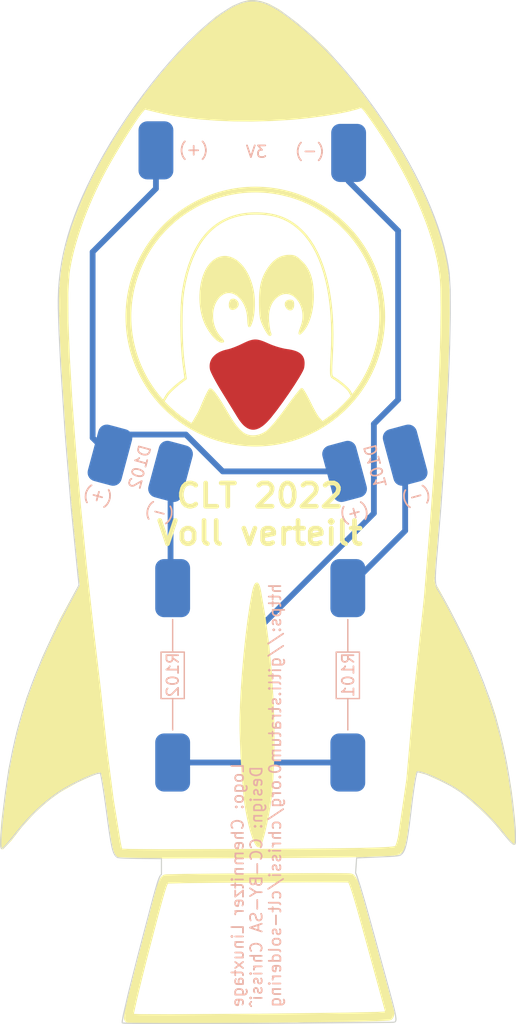
<source format=kicad_pcb>
(kicad_pcb (version 20211014) (generator pcbnew)
  (layers (0 "F.Cu" signal) (31 "B.Cu" signal) (34 "B.Paste" user) (35 "F.Paste" user) (36 "B.SilkS" user "B.Silkscreen") (37 "F.SilkS" user "F.Silkscreen") (38 "B.Mask" user) (39 "F.Mask" user) (44 "Edge.Cuts" user))
  (net 0 "")
  (net 1 "Net-(D101-Pad1)")
  (net 2 "/V+")
  (net 3 "Net-(D102-Pad1)")
  (net 4 "/GND")
  (footprint "project:res" (layer "B.Cu") (at 87.06 88.12 180)
    (fp_text reference "R101" (at -0.03 0.04 90 unlocked) (layer "B.SilkS") (effects (justify mirror)))
    (fp_text value "R" hide)
    (fp_line (start -1 -2) (end -1 2) (layer "B.SilkS") (width 0.12))
    (fp_line (start 0 2) (end 1 2) (layer "B.SilkS") (width 0.12))
    (fp_line (start -1 2) (end 0 2) (layer "B.SilkS") (width 0.12))
    (fp_line (start 0 4.8) (end 0 2) (layer "B.SilkS") (width 0.12))
    (fp_line (start 1 2) (end 1 -2) (layer "B.SilkS") (width 0.12))
    (fp_line (start 1 -2) (end -1 -2) (layer "B.SilkS") (width 0.12))
    (fp_line (start 0 -2) (end 0 -4.7) (layer "B.SilkS") (width 0.12))
    (pad "1" smd roundrect (at 0 7.5 90) (size 5 3) (layers "B.Cu" "B.Paste" "B.Mask") (net 1 "Net-(D101-Pad1)"))
    (pad "2" smd roundrect (at 0 -7.5 90) (size 5 3) (layers "B.Cu" "B.Paste" "B.Mask") (net 4 "/GND"))
  )
  (footprint "project:led" (layer "B.Cu") (at 91.967041 70.224761 -165)
    (fp_text reference "D101" (at 2.415605 0.73874 105 unlocked) (layer "B.SilkS") (effects (justify mirror)))
    (fp_text value "LED" hide)
    (fp_text user "(-)" (at -0.3 -2.6 15 unlocked) (layer "B.SilkS") (effects (justify mirror)))
    (fp_text user "(+)" (at 5.2 -2.6 15 unlocked) (layer "B.SilkS") (effects (justify mirror)))
    (pad "1" smd roundrect (at -0.3 1 105) (size 5 3) (layers "B.Cu" "B.Paste" "B.Mask") (net 1 "Net-(D101-Pad1)"))
    (pad "2" smd roundrect (at 5.1 1 105) (size 5 3) (layers "B.Cu" "B.Paste" "B.Mask") (net 2 "/V+"))
  )
  (footprint "project:pad" (layer "B.Cu") (at 70.74 42.96 180)
    (fp_text reference "J101" hide)
    (fp_text value "Conn_01x01_Male" hide)
    (pad "1" smd roundrect (at 0.2 0 90) (size 5 3) (layers "B.Cu" "B.Paste" "B.Mask") (net 2 "/V+"))
  )
  (footprint "project:led" (layer "B.Cu") (at 71.249403 71.467092 165)
    (fp_text reference "D102" (at 2.343899 0.675969 75 unlocked) (layer "B.SilkS") (effects (justify mirror)))
    (fp_text value "LED" hide)
    (fp_text user "(+)" (at 5.2 -2.6 345 unlocked) (layer "B.SilkS") (effects (justify mirror)))
    (fp_text user "(-)" (at -0.3 -2.6 345 unlocked) (layer "B.SilkS") (effects (justify mirror)))
    (pad "1" smd roundrect (at -0.3 1 75) (size 5 3) (layers "B.Cu" "B.Paste" "B.Mask") (net 3 "Net-(D102-Pad1)"))
    (pad "2" smd roundrect (at 5.1 1 75) (size 5 3) (layers "B.Cu" "B.Paste" "B.Mask") (net 2 "/V+"))
  )
  (footprint "project:pad" (layer "B.Cu") (at 87.33 43.18 180)
    (fp_text reference "J102" hide)
    (fp_text value "Conn_01x01_Male" hide)
    (pad "1" smd roundrect (at 0.2 0 90) (size 5 3) (layers "B.Cu" "B.Paste" "B.Mask") (net 4 "/GND"))
  )
  (footprint "project:res" (layer "B.Cu") (at 71.98 88.12 180)
    (fp_text reference "R102" (at -0.01 0.04 90 unlocked) (layer "B.SilkS") (effects (justify mirror)))
    (fp_text value "R" hide)
    (fp_line (start -1 -2) (end -1 2) (layer "B.SilkS") (width 0.12))
    (fp_line (start 0 2) (end 1 2) (layer "B.SilkS") (width 0.12))
    (fp_line (start 0 -2) (end 0 -4.7) (layer "B.SilkS") (width 0.12))
    (fp_line (start 1 -2) (end -1 -2) (layer "B.SilkS") (width 0.12))
    (fp_line (start -1 2) (end 0 2) (layer "B.SilkS") (width 0.12))
    (fp_line (start 0 4.8) (end 0 2) (layer "B.SilkS") (width 0.12))
    (fp_line (start 1 2) (end 1 -2) (layer "B.SilkS") (width 0.12))
    (pad "1" smd roundrect (at 0 7.5 90) (size 5 3) (layers "B.Cu" "B.Paste" "B.Mask") (net 3 "Net-(D102-Pad1)"))
    (pad "2" smd roundrect (at 0 -7.5 90) (size 5 3) (layers "B.Cu" "B.Paste" "B.Mask") (net 4 "/GND"))
  )
  (gr_poly (pts (xy 80.058218 66.301112) (xy 80.229241 66.117581) (xy 80.428766 65.883591) (xy 80.89207 65.295268) (xy 81.40563 64.598216) (xy 81.926945 63.854505) (xy 82.413515 63.126205) (xy 82.822839 62.475387) (xy 82.985254 62.198432) (xy 83.112419 61.964123) (xy 83.199022 61.780221) (xy 83.239752 61.654483) (xy 83.253599 61.565162) (xy 83.264125 61.479019) (xy 83.271281 61.396001) (xy 83.275018 61.316056) (xy 83.275284 61.23913) (xy 83.272032 61.165171) (xy 83.265212 61.094127) (xy 83.254773 61.025943) (xy 83.240667 60.960569) (xy 83.222843 60.89795) (xy 83.201253 60.838034) (xy 83.175847 60.780769) (xy 83.146575 60.726101) (xy 83.113387 60.673978) (xy 83.076235 60.624346) (xy 83.035069 60.577154) (xy 82.989838 60.532349) (xy 82.940494 60.489877) (xy 82.886987 60.449686) (xy 82.829267 60.411723) (xy 82.767285 60.375935) (xy 82.700992 60.34227) (xy 82.630337 60.310675) (xy 82.555271 60.281096) (xy 82.475746 60.253482) (xy 82.39171 60.22778) (xy 82.303115 60.203936) (xy 82.209911 60.181898) (xy 82.009478 60.14303) (xy 81.790014 60.110751) (xy 81.710469 60.099231) (xy 81.624717 60.084188) (xy 81.437812 60.044504) (xy 81.235726 59.993634) (xy 81.024891 59.933513) (xy 80.811734 59.866074) (xy 80.602686 59.793253) (xy 80.404175 59.716984) (xy 80.222631 59.639201) (xy 80.039226 59.557085) (xy 79.872058 59.485988) (xy 79.71888 59.425932) (xy 79.577445 59.376935) (xy 79.445507 59.339017) (xy 79.320819 59.312197) (xy 79.260492 59.302955) (xy 79.201135 59.296495) (xy 79.142467 59.292819) (xy 79.084208 59.29193) (xy 79.026076 59.293831) (xy 78.967791 59.298523) (xy 78.909071 59.306009) (xy 78.849637 59.316291) (xy 78.727501 59.345256) (xy 78.599135 59.385436) (xy 78.462294 59.436852) (xy 78.314729 59.499521) (xy 78.154195 59.573465) (xy 77.978445 59.658702) (xy 77.811474 59.738276) (xy 77.636997 59.816224) (xy 77.460169 59.890572) (xy 77.286148 59.959351) (xy 77.12009 60.020588) (xy 76.967151 60.072313) (xy 76.832489 60.112553) (xy 76.721258 60.139339) (xy 76.526424 60.18411) (xy 76.343826 60.238488) (xy 76.173789 60.302105) (xy 76.093581 60.337263) (xy 76.016635 60.374594) (xy 75.942991 60.41405) (xy 75.87269 60.455587) (xy 75.805772 60.499158) (xy 75.742277 60.544717) (xy 75.682247 60.592219) (xy 75.625721 60.641617) (xy 75.572741 60.692866) (xy 75.523346 60.745919) (xy 75.477577 60.800731) (xy 75.435475 60.857256) (xy 75.397081 60.915448) (xy 75.362434 60.97526) (xy 75.331575 61.036647) (xy 75.304546 61.099564) (xy 75.281385 61.163964) (xy 75.262134 61.2298) (xy 75.246834 61.297028) (xy 75.235524 61.365602) (xy 75.228246 61.435475) (xy 75.22504 61.506601) (xy 75.225946 61.578935) (xy 75.231005 61.65243) (xy 75.240258 61.727041) (xy 75.253744 61.802722) (xy 75.267209 61.852751) (xy 75.289671 61.91646) (xy 75.320613 61.992876) (xy 75.35952 62.081026) (xy 75.459169 62.288637) (xy 75.58449 62.531511) (xy 75.731359 62.801867) (xy 75.89565 63.091922) (xy 76.073239 63.393893) (xy 76.26 63.7) (xy 77.030359 64.944677) (xy 77.589117 65.856624) (xy 77.661164 65.972592) (xy 77.733098 66.081894) (xy 77.804964 66.18454) (xy 77.876806 66.280536) (xy 77.948669 66.36989) (xy 78.020595 66.452611) (xy 78.092631 66.528707) (xy 78.164819 66.598185) (xy 78.237204 66.661053) (xy 78.309831 66.71732) (xy 78.382744 66.766994) (xy 78.455986 66.810081) (xy 78.529603 66.846591) (xy 78.603638 66.876531) (xy 78.678135 66.899909) (xy 78.753139 66.916734) (xy 78.828695 66.927012) (xy 78.904845 66.930753) (xy 78.981636 66.927964) (xy 79.05911 66.918652) (xy 79.137312 66.902827) (xy 79.216286 66.880495) (xy 79.296076 66.851666) (xy 79.376728 66.816346) (xy 79.458284 66.774544) (xy 79.54079 66.726268) (xy 79.624289 66.671525) (xy 79.708825 66.610324) (xy 79.794444 66.542673) (xy 79.881189 66.46858) (xy 79.969104 66.388052) (xy 80.058233 66.301097) (xy 80.058218 66.301112)) (layer "F.Cu") (width 0.126504) (fill solid))
  (gr_poly (pts (xy 83.56 64.29) (xy 84.09 65.29) (xy 84.43 65.96) (xy 84.93 66.47) (xy 82.84 67.51) (xy 80.44 68.13) (xy 77.73 68.21) (xy 74.55 67.25) (xy 73.59 66.74) (xy 73.76 66.32) (xy 74.31 65.37) (xy 74.8 64.28) (xy 75.236147 63.57) (xy 75.78 64.26) (xy 76.46 65.35) (xy 77.33 66.82) (xy 78.44 67.66) (xy 79.65 67.54) (xy 80.46 67.01) (xy 81.82 65.29) (xy 82.93 63.81) (xy 83.1 63.55)) (layer "F.SilkS") (width 0.15) (fill solid))
  (gr_poly (pts (xy 78.217016 67.421863) (xy 78.126503 67.373476) (xy 78.035586 67.31625) (xy 77.943968 67.249817) (xy 77.851349 67.173813) (xy 77.757432 67.08787) (xy 77.661918 66.991623) (xy 77.564507 66.884706) (xy 77.464903 66.766753) (xy 77.362806 66.637398) (xy 77.257918 66.496274) (xy 77.14994 66.343016) (xy 77.038574 66.177258) (xy 76.923521 65.998633) (xy 76.804483 65.806776) (xy 76.681162 65.60132) (xy 76.553259 65.3819) (xy 76.306957 64.962635) (xy 76.07743 64.589773) (xy 75.867391 64.267029) (xy 75.679554 63.998118) (xy 75.594809 63.885012) (xy 75.516633 63.786757) (xy 75.445364 63.703819) (xy 75.381342 63.636662) (xy 75.324905 63.585749) (xy 75.276394 63.551547) (xy 75.236147 63.534518) (xy 75.219229 63.53259) (xy 75.204504 63.535129) (xy 75.197335 63.539065) (xy 75.188887 63.546235) (xy 75.168322 63.569934) (xy 75.143148 63.605554) (xy 75.113698 63.652422) (xy 75.08031 63.709865) (xy 75.04332 63.77721) (xy 75.003064 63.853785) (xy 74.959877 63.938916) (xy 74.866058 64.132157) (xy 74.764551 64.35155) (xy 74.658046 64.591713) (xy 74.549231 64.847262) (xy 74.440183 65.102891) (xy 74.333021 65.343281) (xy 74.230478 65.563034) (xy 74.13529 65.756753) (xy 74.05019 65.91904) (xy 73.977911 66.044498) (xy 73.947435 66.091728) (xy 73.8 66.31) (xy 73.57 66.6) (xy 73.67 66.76) (xy 73.62 66.7) (xy 73.62 66.79) (xy 73.64 66.71) (xy 73.55 66.63) (xy 73.38 66.55) (xy 73.23 66.44) (xy 72.83 66.19) (xy 72.57 65.97) (xy 72.3 65.73) (xy 72.03 65.52) (xy 71.82 65.34) (xy 71.5 65.1) (xy 71.32 64.88) (xy 71.17 64.67) (xy 70.95 64.48) (xy 70.95 64.55) (xy 71.02 64.58) (xy 70.96 64.53) (xy 71.13 64.7) (xy 71.1 64.58) (xy 71.08 64.6) (xy 71.1 64.67) (xy 71.457091 64.07852) (xy 71.469496 64.054476) (xy 71.504257 63.999382) (xy 71.551488 63.935733) (xy 71.610231 63.864474) (xy 71.679528 63.786552) (xy 71.75842 63.702912) (xy 71.845951 63.614498) (xy 71.941162 63.522258) (xy 72.043095 63.427135) (xy 72.150793 63.330077) (xy 72.263298 63.232028) (xy 72.379651 63.133933) (xy 72.498895 63.036739) (xy 72.620072 62.941391) (xy 72.742224 62.848834) (xy 73.094961 62.586856) (xy 72.930655 61.369113) (xy 72.852094 60.654307) (xy 72.793333 59.844797) (xy 72.754705 58.9784) (xy 72.736544 58.092935) (xy 72.739184 57.226219) (xy 72.762959 56.41607) (xy 72.808203 55.700306) (xy 72.87525 55.116744) (xy 73.018804 54.320388) (xy 73.195452 53.572882) (xy 73.404946 52.874499) (xy 73.647038 52.225514) (xy 73.921477 51.626198) (xy 74.228016 51.076825) (xy 74.393244 50.820953) (xy 74.566405 50.577669) (xy 74.747466 50.347007) (xy 74.936396 50.129002) (xy 75.133164 49.923687) (xy 75.337739 49.731097) (xy 75.550091 49.551266) (xy 75.770187 49.384227) (xy 75.997997 49.230016) (xy 76.23349 49.088666) (xy 76.476635 48.960212) (xy 76.7274 48.844687) (xy 76.985754 48.742126) (xy 77.251667 48.652562) (xy 77.525107 48.576031) (xy 77.806043 48.512566) (xy 78.094444 48.462201) (xy 78.390279 48.42497) (xy 78.693516 48.400908) (xy 79.004126 48.390048) (xy 79.334786 48.391337) (xy 79.652878 48.404388) (xy 79.959045 48.429445) (xy 80.253931 48.466754) (xy 80.538182 48.516559) (xy 80.812441 48.579107) (xy 81.077353 48.654642) (xy 81.333563 48.743409) (xy 81.581715 48.845654) (xy 81.822453 48.961622) (xy 82.056421 49.091557) (xy 82.284266 49.235706) (xy 82.506629 49.394313) (xy 82.724157 49.567623) (xy 82.937494 49.755882) (xy 83.147284 49.959334) (xy 83.321865 50.144805) (xy 83.490669 50.341257) (xy 83.810791 50.766463) (xy 84.107343 51.233676) (xy 84.380019 51.741615) (xy 84.628515 52.289002) (xy 84.852524 52.874558) (xy 85.05174 53.497004) (xy 85.225859 54.155062) (xy 85.374573 54.847453) (xy 85.497579 55.572897) (xy 85.594569 56.330116) (xy 85.665238 57.117831) (xy 85.709281 57.934764) (xy 85.726392 58.779634) (xy 85.716265 59.651165) (xy 85.678595 60.548076) (xy 85.648214 61.106154) (xy 85.628557 61.541575) (xy 85.620541 61.87093) (xy 85.625084 62.110808) (xy 85.632352 62.202379) (xy 85.643103 62.277801) (xy 85.657453 62.33915) (xy 85.675515 62.388498) (xy 85.697406 62.42792) (xy 85.723239 62.459489) (xy 85.753129 62.48528) (xy 85.787191 62.507365) (xy 85.909661 62.580936) (xy 86.034738 62.661262) (xy 86.160978 62.747079) (xy 86.286937 62.837124) (xy 86.41117 62.930134) (xy 86.532232 63.024844) (xy 86.648679 63.11999) (xy 86.759066 63.21431) (xy 86.861947 63.306539) (xy 86.95588 63.395414) (xy 87.039418 63.47967) (xy 87.111117 63.558046) (xy 87.169533 63.629275) (xy 87.21322 63.692096) (xy 87.240734 63.745244) (xy 87.5 64.23) (xy 87.61 64) (xy 87.651109 63.973874) (xy 87.633538 64.022686) (xy 87.55 64.16) (xy 87.36 64.39) (xy 87.22 64.54) (xy 87.12 64.69) (xy 86.86 64.89) (xy 86.68 65.07) (xy 86.47 65.32) (xy 86.21 65.52) (xy 85.93 65.76) (xy 85.71 65.93) (xy 85.46317 66.15) (xy 85.19 66.32) (xy 84.99 66.58) (xy 84.87 66.57) (xy 84.9 66.57) (xy 84.87 66.46) (xy 84.56 66.71) (xy 84.56 66.62) (xy 84.78 66.52) (xy 84.93 66.49) (xy 84.649815 66.125704) (xy 84.636764 66.117839) (xy 84.622387 66.106882) (xy 84.606726 66.092898) (xy 84.589823 66.075956) (xy 84.55246 66.033464) (xy 84.510632 65.979943) (xy 84.464675 65.915932) (xy 84.414924 65.841968) (xy 84.361713 65.758588) (xy 84.305379 65.66633) (xy 84.246257 65.565732) (xy 84.184681 65.457331) (xy 84.120988 65.341665) (xy 84.055511 65.219272) (xy 83.988587 65.090689) (xy 83.92055 64.956453) (xy 83.851736 64.817103) (xy 83.720368 64.552436) (xy 83.593308 64.305599) (xy 83.47366 64.08199) (xy 83.364527 63.887005) (xy 83.26901 63.726042) (xy 83.190213 63.604499) (xy 83.158054 63.560197) (xy 83.131239 63.527773) (xy 83.110155 63.507903) (xy 83.09519 63.501262) (xy 83.08777 63.503535) (xy 83.077343 63.510094) (xy 83.047802 63.535645) (xy 83.00724 63.57706) (xy 82.95633 63.633483) (xy 82.895745 63.704058) (xy 82.826156 63.787929) (xy 82.662661 63.99214) (xy 82.471226 64.23927) (xy 82.257234 64.522474) (xy 82.026065 64.834908) (xy 81.783102 65.169726) (xy 81.524219 65.523252) (xy 81.268387 65.859995) (xy 81.020992 66.173558) (xy 80.78742 66.457544) (xy 80.573057 66.705557) (xy 80.383289 66.9112) (xy 80.223502 67.068076) (xy 80.156534 67.126227) (xy 80.099081 67.169787) (xy 79.980328 67.2468) (xy 79.860375 67.315825) (xy 79.739512 67.376824) (xy 79.618028 67.429759) (xy 79.496212 67.474591) (xy 79.374352 67.51128) (xy 79.252739 67.539789) (xy 79.13166 67.560079) (xy 79.011406 67.57211) (xy 78.892265 67.575845) (xy 78.774527 67.571243) (xy 78.658479 67.558268) (xy 78.544413 67.536879) (xy 78.432615 67.507039) (xy 78.323377 67.468708) (xy 78.216986 67.421847) (xy 78.217016 67.421863)) (layer "F.SilkS") (width 0.2) (fill none))
  (gr_poly (pts (xy 88.244411 38.917252) (xy 88.266623 38.920614) (xy 88.288894 38.925518) (xy 88.31129 38.932019) (xy 88.333872 38.940169) (xy 88.356705 38.95002) (xy 88.379853 38.961627) (xy 88.403379 38.975041) (xy 88.427347 38.990317) (xy 88.451821 39.007506) (xy 88.476864 39.026663) (xy 88.502539 39.04784) (xy 88.528912 39.07109) (xy 88.556044 39.096466) (xy 88.584001 39.124021) (xy 88.64264 39.185881) (xy 88.705338 39.257094) (xy 88.772606 39.338084) (xy 88.844951 39.429275) (xy 88.922884 39.531092) (xy 89.006914 39.643959) (xy 89.09755 39.7683) (xy 89.195302 39.904539) (xy 89.300678 40.0531) (xy 89.911423 40.939825) (xy 90.495683 41.83215) (xy 91.052482 42.727875) (xy 91.580846 43.624803) (xy 92.0798 44.520737) (xy 92.548368 45.413477) (xy 92.985576 46.300827) (xy 93.390449 47.180588) (xy 93.762012 48.050562) (xy 94.099289 48.908552) (xy 94.401307 49.752358) (xy 94.667089 50.579785) (xy 94.895662 51.388632) (xy 95.086049 52.176703) (xy 95.237277 52.9418) (xy 95.348369 53.681724) (xy 95.395686 54.200566) (xy 95.428223 54.872059) (xy 95.450448 56.633933) (xy 95.418027 58.88922) (xy 95.333944 61.559792) (xy 95.201183 64.56752) (xy 95.022728 67.834278) (xy 94.801561 71.281937) (xy 94.540668 74.83237) (xy 94.01 81.42) (xy 93.113656 89.959077) (xy 92.5 97.09) (xy 91.781658 102.016757) (xy 91.748676 102.189517) (xy 91.709076 102.360958) (xy 91.664355 102.526594) (xy 91.616009 102.681942) (xy 91.565535 102.822516) (xy 91.539968 102.885861) (xy 91.514429 102.94383) (xy 91.489107 102.995864) (xy 91.464188 103.041401) (xy 91.43986 103.079881) (xy 91.416309 103.110743) (xy 91.393705 103.13134) (xy 91.36133 103.150926) (xy 91.317871 103.169538) (xy 91.262013 103.187213) (xy 91.192445 103.203988) (xy 91.107854 103.2199) (xy 90.888348 103.24928) (xy 90.592991 103.27565) (xy 90.211281 103.299303) (xy 89.732713 103.320535) (xy 89.146782 103.33964) (xy 88.442986 103.356913) (xy 87.610821 103.372649) (xy 85.519364 103.400689) (xy 82.788382 103.426119) (xy 79.333843 103.451297) (xy 70.921134 103.474981) (xy 68.332579 103.456903) (xy 67.346981 103.420291) (xy 67.340146 103.412947) (xy 67.332908 103.402375) (xy 67.317301 103.371907) (xy 67.300324 103.3296) (xy 67.282138 103.276167) (xy 67.262909 103.212324) (xy 67.242798 103.138783) (xy 67.22197 103.05626) (xy 67.200587 102.965466) (xy 67.156812 102.761928) (xy 67.11278 102.533879) (xy 67.069797 102.287031) (xy 67.029171 102.027095) (xy 67.029171 102.026561) (xy 66.507472 98.836818) (xy 65.943609 94.436421) (xy 65.394951 89.283971) (xy 64.757991 83.858683) (xy 64.18719 78.645066) (xy 63.692315 73.633705) (xy 63.280265 68.926513) (xy 62.95794 64.6254) (xy 62.732237 60.832278) (xy 62.610056 57.649058) (xy 62.598295 55.177651) (xy 62.703853 53.519969) (xy 62.779679 53.028934) (xy 62.874908 52.520455) (xy 62.988943 51.996214) (xy 63.121182 51.457893) (xy 63.271027 50.907176) (xy 63.437879 50.345744) (xy 63.621137 49.77528) (xy 63.820202 49.197466) (xy 64.034476 48.613984) (xy 64.263358 48.026518) (xy 64.506248 47.436749) (xy 64.762548 46.84636) (xy 65.031659 46.257034) (xy 65.312979 45.670451) (xy 65.605911 45.088296) (xy 65.909854 44.512251) (xy 66.30424 43.800339) (xy 66.737805 43.048849) (xy 67.19102 42.289031) (xy 67.644356 41.552137) (xy 68.078284 40.869417) (xy 68.473273 40.272122) (xy 68.809794 39.791504) (xy 69.068317 39.458813) (xy 69.458995 39.00406) (xy 70.660991 39.303267) (xy 71.220581 39.433271) (xy 71.808756 39.551802) (xy 72.423652 39.658754) (xy 73.063405 39.754021) (xy 73.726152 39.837497) (xy 74.410028 39.909075) (xy 75.833714 40.016116) (xy 77.319552 40.074293) (xy 78.85263 40.082758) (xy 80.418039 40.040662) (xy 82.000866 39.947155) (xy 82.916609 39.867537) (xy 83.829932 39.768146) (xy 84.718251 39.652682) (xy 85.55898 39.524845) (xy 86.329534 39.388334) (xy 87.007328 39.246849) (xy 87.569777 39.104088) (xy 87.80069 39.033386) (xy 87.994297 38.963752) (xy 88.02821 38.950912) (xy 88.044763 38.945135) (xy 88.061072 38.939809) (xy 88.077156 38.934951) (xy 88.093032 38.930579) (xy 88.108719 38.926708) (xy 88.124235 38.923356) (xy 88.139598 38.92054) (xy 88.154827 38.918276) (xy 88.169941 38.916582) (xy 88.184957 38.915474) (xy 88.199893 38.91497) (xy 88.214769 38.915085) (xy 88.229602 38.915837) (xy 88.244411 38.917244) (xy 88.244411 38.917252)) (layer "F.SilkS") (width 0.8) (fill none))
  (gr_poly (pts (xy 77.558294 56.352729) (xy 77.572482 56.326511) (xy 77.58372 56.299688) (xy 77.592115 56.272377) (xy 77.597769 56.244697) (xy 77.600789 56.216766) (xy 77.601278 56.188702) (xy 77.599342 56.160623) (xy 77.595084 56.132647) (xy 77.588611 56.104893) (xy 77.580026 56.077478) (xy 77.569433 56.05052) (xy 77.556939 56.024139) (xy 77.542647 55.998451) (xy 77.526662 55.973575) (xy 77.509089 55.949629) (xy 77.490032 55.926731) (xy 77.469597 55.904999) (xy 77.447887 55.884552) (xy 77.425008 55.865507) (xy 77.401063 55.847983) (xy 77.376159 55.832097) (xy 77.350399 55.817968) (xy 77.323889 55.805714) (xy 77.296732 55.795453) (xy 77.269033 55.787304) (xy 77.240898 55.781383) (xy 77.212431 55.77781) (xy 77.183737 55.776702) (xy 77.154919 55.778178) (xy 77.126084 55.782356) (xy 77.097335 55.789353) (xy 77.068777 55.799289) (xy 77.050481 55.808091) (xy 77.03298 55.819337) (xy 77.016292 55.832878) (xy 77.000436 55.848569) (xy 76.985431 55.866263) (xy 76.971296 55.885812) (xy 76.958049 55.907071) (xy 76.94571 55.929891) (xy 76.934297 55.954127) (xy 76.923829 55.979632) (xy 76.914325 56.006259) (xy 76.905803 56.033861) (xy 76.891782 56.091402) (xy 76.881918 56.151083) (xy 76.87636 56.211728) (xy 76.875259 56.272164) (xy 76.878766 56.331215) (xy 76.882294 56.359855) (xy 76.887031 56.387709) (xy 76.892994 56.414629) (xy 76.900204 56.440469) (xy 76.908678 56.465083) (xy 76.918436 56.488323) (xy 76.929496 56.510043) (xy 76.941877 56.530095) (xy 76.955598 56.548334) (xy 76.970678 56.564612) (xy 76.984472 56.5768) (xy 76.999127 56.58757) (xy 77.014584 56.596942) (xy 77.030789 56.604938) (xy 77.047684 56.611577) (xy 77.065214 56.616879) (xy 77.083321 56.620866) (xy 77.10195 56.623557) (xy 77.121043 56.624973) (xy 77.140545 56.625135) (xy 77.160398 56.624062) (xy 77.180547 56.621775) (xy 77.200935 56.618294) (xy 77.221505 56.61364) (xy 77.242201 56.607834) (xy 77.262966 56.600895) (xy 77.283745 56.592843) (xy 77.30448 56.5837) (xy 77.325115 56.573486) (xy 77.345593 56.56222) (xy 77.365859 56.549924) (xy 77.385856 56.536618) (xy 77.405527 56.522322) (xy 77.424815 56.507056) (xy 77.443665 56.490841) (xy 77.462019 56.473698) (xy 77.479822 56.455646) (xy 77.497017 56.436706) (xy 77.513547 56.416898) (xy 77.529355 56.396243) (xy 77.544387 56.374762) (xy 77.558584 56.352473) (xy 77.558294 56.352729)) (layer "F.SilkS") (width 0.126504) (fill solid))
  (gr_poly (pts (xy 76.056799 59.004283) (xy 75.976836 58.911184) (xy 75.902051 58.813931) (xy 75.832444 58.712832) (xy 75.768013 58.608194) (xy 75.708759 58.500326) (xy 75.65468 58.389534) (xy 75.605777 58.276127) (xy 75.562049 58.160413) (xy 75.523496 58.042699) (xy 75.490116 57.923294) (xy 75.438878 57.680637) (xy 75.408329 57.434906) (xy 75.398466 57.188563) (xy 75.409286 56.944069) (xy 75.440784 56.703887) (xy 75.464286 56.586182) (xy 75.492957 56.470479) (xy 75.526795 56.357084) (xy 75.5658 56.246306) (xy 75.609972 56.138453) (xy 75.65931 56.033832) (xy 75.713814 55.932751) (xy 75.773483 55.835518) (xy 75.838317 55.74244) (xy 75.908316 55.653826) (xy 75.983477 55.569982) (xy 76.063803 55.491218) (xy 76.156764 55.412696) (xy 76.251653 55.345781) (xy 76.348163 55.290219) (xy 76.445983 55.245753) (xy 76.544804 55.212129) (xy 76.644316 55.18909) (xy 76.74421 55.176383) (xy 76.844178 55.17375) (xy 76.943909 55.180938) (xy 77.043094 55.197691) (xy 77.141423 55.223754) (xy 77.238588 55.258871) (xy 77.334279 55.302786) (xy 77.428187 55.355246) (xy 77.520002 55.415994) (xy 77.609415 55.484775) (xy 77.696117 55.561333) (xy 77.779797 55.645415) (xy 77.860148 55.736763) (xy 77.936859 55.835123) (xy 78.009621 55.94024) (xy 78.078125 56.051858) (xy 78.142061 56.169722) (xy 78.20112 56.293577) (xy 78.254993 56.423167) (xy 78.30337 56.558237) (xy 78.345942 56.698532) (xy 78.382399 56.843797) (xy 78.412433 56.993775) (xy 78.435733 57.148213) (xy 78.451991 57.306854) (xy 78.460897 57.469443) (xy 78.466364 57.604857) (xy 78.47384 57.724293) (xy 78.483332 57.827758) (xy 78.494847 57.915254) (xy 78.508391 57.986788) (xy 78.523969 58.042363) (xy 78.532524 58.064169) (xy 78.541589 58.081986) (xy 78.551166 58.095816) (xy 78.561256 58.10566) (xy 78.57186 58.111518) (xy 78.582977 58.113391) (xy 78.59461 58.111278) (xy 78.606758 58.105182) (xy 78.619423 58.095102) (xy 78.632605 58.08104) (xy 78.646305 58.062995) (xy 78.660525 58.040968) (xy 78.690523 57.984972) (xy 78.722605 57.913056) (xy 78.756779 57.825225) (xy 78.793051 57.721484) (xy 78.834122 57.585645) (xy 78.8707 57.438263) (xy 78.90274 57.280737) (xy 78.930195 57.114464) (xy 78.953018 56.940843) (xy 78.971164 56.761271) (xy 78.984585 56.577148) (xy 78.993237 56.389871) (xy 78.997071 56.200838) (xy 78.996043 56.011448) (xy 78.990105 55.823098) (xy 78.979211 55.637188) (xy 78.963315 55.455115) (xy 78.942371 55.278277) (xy 78.916333 55.108072) (xy 78.885153 54.945899) (xy 78.825995 54.695056) (xy 78.7584 54.45438) (xy 78.682806 54.224088) (xy 78.599655 54.004396) (xy 78.509385 53.795519) (xy 78.412438 53.597674) (xy 78.309254 53.411077) (xy 78.200273 53.235944) (xy 78.085934 53.072491) (xy 77.966679 52.920935) (xy 77.842948 52.78149) (xy 77.715179 52.654374) (xy 77.583815 52.539803) (xy 77.449295 52.437992) (xy 77.312058 52.349157) (xy 77.172546 52.273516) (xy 77.031199 52.211283) (xy 76.888456 52.162675) (xy 76.744758 52.127908) (xy 76.600546 52.107199) (xy 76.456258 52.100762) (xy 76.312336 52.108815) (xy 76.16922 52.131573) (xy 76.027349 52.169253) (xy 75.887165 52.22207) (xy 75.749106 52.290241) (xy 75.613614 52.373981) (xy 75.481129 52.473508) (xy 75.35209 52.589036) (xy 75.226939 52.720782) (xy 75.106114 52.868963) (xy 74.990057 53.033794) (xy 74.851521 53.269475) (xy 74.729453 53.526911) (xy 74.623955 53.803392) (xy 74.53513 54.096209) (xy 74.463079 54.402653) (xy 74.407904 54.720014) (xy 74.369708 55.045585) (xy 74.348593 55.376656) (xy 74.34466 55.710518) (xy 74.358011 56.044461) (xy 74.38875 56.375778) (xy 74.436977 56.701758) (xy 74.502795 57.019693) (xy 74.586306 57.326873) (xy 74.687611 57.62059) (xy 74.806814 57.898135) (xy 74.884656 58.053824) (xy 74.967444 58.20562) (xy 75.054401 58.352663) (xy 75.144743 58.494096) (xy 75.237693 58.62906) (xy 75.332469 58.756695) (xy 75.42829 58.876144) (xy 75.524378 58.986547) (xy 75.619951 59.087045) (xy 75.714228 59.176781) (xy 75.806431 59.254895) (xy 75.895778 59.320528) (xy 75.981489 59.372822) (xy 76.062785 59.410918) (xy 76.101532 59.424373) (xy 76.138883 59.433957) (xy 76.17474 59.439562) (xy 76.209005 59.441081) (xy 76.245601 59.43973) (xy 76.261839 59.43846) (xy 76.276681 59.436729) (xy 76.290111 59.43449) (xy 76.302112 59.431692) (xy 76.312667 59.428289) (xy 76.321759 59.424231) (xy 76.329371 59.419469) (xy 76.335487 59.413955) (xy 76.337978 59.410902) (xy 76.340089 59.407642) (xy 76.341817 59.40417) (xy 76.343161 59.400479) (xy 76.344118 59.396564) (xy 76.344685 59.392419) (xy 76.344646 59.383413) (xy 76.343026 59.373413) (xy 76.339808 59.36237) (xy 76.334975 59.350235) (xy 76.328511 59.33696) (xy 76.320398 59.322497) (xy 76.310621 59.306797) (xy 76.299161 59.289811) (xy 76.286002 59.271491) (xy 76.271128 59.251789) (xy 76.254521 59.230655) (xy 76.216043 59.183901) (xy 76.170431 59.13084) (xy 76.117553 59.071084) (xy 76.057272 59.004245) (xy 76.056799 59.004283)) (layer "F.SilkS") (width 0.126504) (fill solid))
  (gr_poly (pts (xy 82.379904 56.236453) (xy 82.378385 56.179811) (xy 82.375544 56.128957) (xy 82.371133 56.083602) (xy 82.364907 56.04346) (xy 82.361037 56.025254) (xy 82.356621 56.008244) (xy 82.351628 55.992393) (xy 82.346029 55.977666) (xy 82.339791 55.964027) (xy 82.332885 55.95144) (xy 82.32528 55.939869) (xy 82.316944 55.929278) (xy 82.307848 55.919632) (xy 82.29796 55.910894) (xy 82.28725 55.903029) (xy 82.275688 55.896001) (xy 82.263242 55.889773) (xy 82.249881 55.88431) (xy 82.235576 55.879577) (xy 82.220295 55.875536) (xy 82.204008 55.872153) (xy 82.186684 55.869391) (xy 82.148801 55.865588) (xy 82.106402 55.86384) (xy 82.05924 55.86386) (xy 82.026145 55.865414) (xy 81.99445 55.868902) (xy 81.96418 55.874251) (xy 81.935363 55.881388) (xy 81.908023 55.890241) (xy 81.882189 55.900737) (xy 81.857885 55.912803) (xy 81.835139 55.926367) (xy 81.813976 55.941355) (xy 81.794423 55.957695) (xy 81.776507 55.975313) (xy 81.760253 55.994139) (xy 81.745688 56.014097) (xy 81.732838 56.035117) (xy 81.72173 56.057124) (xy 81.712389 56.080047) (xy 81.704843 56.103812) (xy 81.699117 56.128347) (xy 81.695237 56.153578) (xy 81.693231 56.179434) (xy 81.693124 56.205841) (xy 81.694943 56.232727) (xy 81.698714 56.260018) (xy 81.704463 56.287643) (xy 81.712217 56.315528) (xy 81.722002 56.3436) (xy 81.733844 56.371787) (xy 81.74777 56.400016) (xy 81.763806 56.428215) (xy 81.781977 56.456309) (xy 81.802312 56.484228) (xy 81.824835 56.511897) (xy 81.849249 56.538883) (xy 81.873856 56.563249) (xy 81.898591 56.58503) (xy 81.923389 56.604256) (xy 81.948186 56.62096) (xy 81.972917 56.635174) (xy 81.997516 56.646931) (xy 82.021919 56.656262) (xy 82.046061 56.6632) (xy 82.069876 56.667777) (xy 82.093301 56.670025) (xy 82.11627 56.669977) (xy 82.138719 56.667664) (xy 82.160582 56.66312) (xy 82.181794 56.656375) (xy 82.202291 56.647462) (xy 82.222009 56.636414) (xy 82.240881 56.623263) (xy 82.258843 56.608041) (xy 82.27583 56.590779) (xy 82.291778 56.571512) (xy 82.306621 56.550269) (xy 82.320294 56.527084) (xy 82.332734 56.50199) (xy 82.343874 56.475017) (xy 82.35365 56.446199) (xy 82.361997 56.415567) (xy 82.36885 56.383154) (xy 82.374144 56.348992) (xy 82.377815 56.313114) (xy 82.379797 56.275551) (xy 82.380026 56.236335) (xy 82.379904 56.236453)) (layer "F.SilkS") (width 0.126504) (fill solid))
  (gr_poly (pts (xy 80.384069 58.64384) (xy 80.372983 58.617206) (xy 80.361602 58.582957) (xy 80.350013 58.541626) (xy 80.338299 58.493748) (xy 80.314835 58.380482) (xy 80.291887 58.247431) (xy 80.270131 58.098865) (xy 80.250242 57.939054) (xy 80.232897 57.77227) (xy 80.218771 57.602782) (xy 80.209883 57.415619) (xy 80.210661 57.233842) (xy 80.22098 57.057738) (xy 80.240719 56.887591) (xy 80.269753 56.723685) (xy 80.307959 56.566306) (xy 80.355214 56.415737) (xy 80.411394 56.272265) (xy 80.476377 56.136173) (xy 80.550039 56.007747) (xy 80.632256 55.887271) (xy 80.722906 55.77503) (xy 80.821865 55.671309) (xy 80.92901 55.576392) (xy 81.044217 55.490565) (xy 81.167364 55.414111) (xy 81.286787 55.35404) (xy 81.405724 55.308345) (xy 81.523833 55.276528) (xy 81.64077 55.258089) (xy 81.756191 55.252527) (xy 81.869753 55.259345) (xy 81.981112 55.278041) (xy 82.089924 55.308116) (xy 82.195847 55.34907) (xy 82.298537 55.400404) (xy 82.39765 55.461618) (xy 82.492843 55.532212) (xy 82.583771 55.611687) (xy 82.670093 55.699542) (xy 82.751463 55.795279) (xy 82.827539 55.898398) (xy 82.897978 56.008398) (xy 82.962434 56.124781) (xy 83.020566 56.247046) (xy 83.07203 56.374694) (xy 83.116481 56.507225) (xy 83.153577 56.644139) (xy 83.182974 56.784938) (xy 83.204328 56.92912) (xy 83.217296 57.076187) (xy 83.221535 57.225638) (xy 83.216701 57.376974) (xy 83.202449 57.529696) (xy 83.178438 57.683304) (xy 83.144323 57.837297) (xy 83.099761 57.991176) (xy 83.044409 58.144443) (xy 82.996718 58.267336) (xy 82.957098 58.376303) (xy 82.925546 58.471339) (xy 82.902062 58.552442) (xy 82.886642 58.619609) (xy 82.879284 58.672837) (xy 82.878628 58.694222) (xy 82.879987 58.712122) (xy 82.88336 58.726535) (xy 82.888748 58.737462) (xy 82.89615 58.744902) (xy 82.905565 58.748854) (xy 82.916994 58.749318) (xy 82.930437 58.746294) (xy 82.945892 58.739781) (xy 82.96336 58.72978) (xy 82.98284 58.716289) (xy 83.004332 58.699308) (xy 83.053353 58.654876) (xy 83.110419 58.59648) (xy 83.175528 58.524117) (xy 83.248678 58.437785) (xy 83.342875 58.314371) (xy 83.432542 58.177827) (xy 83.517433 58.029063) (xy 83.5973 57.868988) (xy 83.671897 57.698514) (xy 83.740976 57.518548) (xy 83.80429 57.330003) (xy 83.861593 57.133786) (xy 83.912638 56.930809) (xy 83.957177 56.721981) (xy 83.994963 56.508212) (xy 84.025751 56.290412) (xy 84.049291 56.069491) (xy 84.065339 55.846358) (xy 84.073646 55.621924) (xy 84.073965 55.397098) (xy 84.066469 55.147324) (xy 84.052425 54.909062) (xy 84.031674 54.681855) (xy 84.004058 54.465247) (xy 83.96942 54.258782) (xy 83.927602 54.062004) (xy 83.878445 53.874457) (xy 83.821791 53.695685) (xy 83.757482 53.525231) (xy 83.685361 53.362641) (xy 83.605269 53.207457) (xy 83.517048 53.059224) (xy 83.420541 52.917486) (xy 83.315589 52.781786) (xy 83.202034 52.65167) (xy 83.079718 52.526679) (xy 82.993883 52.44457) (xy 82.914975 52.371275) (xy 82.841992 52.306324) (xy 82.773938 52.249246) (xy 82.709811 52.199569) (xy 82.648614 52.156822) (xy 82.589347 52.120534) (xy 82.531012 52.090234) (xy 82.501881 52.077183) (xy 82.472608 52.065451) (xy 82.443068 52.054982) (xy 82.413137 52.045714) (xy 82.3516 52.030552) (xy 82.286998 52.019492) (xy 82.218332 52.012065) (xy 82.144602 52.007799) (xy 82.06481 52.006223) (xy 81.977957 52.006866) (xy 81.8509 52.012899) (xy 81.72684 52.026566) (xy 81.605681 52.047927) (xy 81.487325 52.07704) (xy 81.371673 52.113964) (xy 81.258628 52.158756) (xy 81.148092 52.211476) (xy 81.039968 52.272183) (xy 80.934158 52.340935) (xy 80.830564 52.41779) (xy 80.729089 52.502807) (xy 80.629634 52.596046) (xy 80.532102 52.697563) (xy 80.436395 52.807419) (xy 80.342416 52.925671) (xy 80.250067 53.052379) (xy 80.143351 53.211323) (xy 80.045448 53.370698) (xy 79.956129 53.531418) (xy 79.875165 53.694401) (xy 79.802327 53.860564) (xy 79.737383 54.030821) (xy 79.680106 54.20609) (xy 79.630266 54.387288) (xy 79.587633 54.575329) (xy 79.551978 54.771132) (xy 79.523071 54.975612) (xy 79.500683 55.189685) (xy 79.484585 55.414268) (xy 79.474546 55.650277) (xy 79.470338 55.898629) (xy 79.471731 56.160239) (xy 79.479954 56.538438) (xy 79.493568 56.850021) (xy 79.503262 56.985442) (xy 79.515342 57.109741) (xy 79.530153 57.224763) (xy 79.548042 57.332351) (xy 79.569355 57.434351) (xy 79.594436 57.532605) (xy 79.623633 57.628958) (xy 79.657291 57.725255) (xy 79.695755 57.823339) (xy 79.739373 57.925055) (xy 79.843451 58.146758) (xy 79.917224 58.291664) (xy 79.99185 58.426752) (xy 80.06528 58.549072) (xy 80.100906 58.604523) (xy 80.135466 58.655675) (xy 80.168702 58.70216) (xy 80.200358 58.743609) (xy 80.23018 58.779654) (xy 80.25791 58.809926) (xy 80.283292 58.834056) (xy 80.306071 58.851676) (xy 80.325991 58.862416) (xy 80.334798 58.865092) (xy 80.342794 58.865909) (xy 80.35142 58.865532) (xy 80.359578 58.864702) (xy 80.367268 58.863424) (xy 80.374489 58.861699) (xy 80.38124 58.859531) (xy 80.387522 58.856922) (xy 80.393334 58.853876) (xy 80.398674 58.850394) (xy 80.403543 58.846481) (xy 80.40794 58.842138) (xy 80.411864 58.837369) (xy 80.415315 58.832177) (xy 80.418292 58.826564) (xy 80.420795 58.820533) (xy 80.422823 58.814088) (xy 80.424376 58.80723) (xy 80.425452 58.799963) (xy 80.426052 58.79229) (xy 80.426175 58.784214) (xy 80.42582 58.775737) (xy 80.424987 58.766862) (xy 80.423675 58.757593) (xy 80.421884 58.747931) (xy 80.419613 58.73788) (xy 80.416861 58.727443) (xy 80.413629 58.716623) (xy 80.409914 58.705422) (xy 80.405718 58.693844) (xy 80.401039 58.68189) (xy 80.395877 58.669565) (xy 80.390231 58.65687) (xy 80.3841 58.643809) (xy 80.384069 58.64384)) (layer "F.SilkS") (width 0.126504) (fill solid))
  (gr_circle (center 79.096742 57.26) (end 90.023484 57.26) (layer "F.SilkS") (width 0.5) (fill none))
  (gr_poly (pts (xy 66.45 96.64) (xy 65.956131 96.666863) (xy 65.876131 96.446863) (xy 65.38 96.57) (xy 64.87 96.77) (xy 63.72 97.29) (xy 62.27 98.11) (xy 61.42 98.72) (xy 60.82 99.22) (xy 60.03 99.94) (xy 58.97 101.1) (xy 58.04 102.3) (xy 57.34 103.03) (xy 57.25 103) (xy 57.19 102.8) (xy 57.19 102.23) (xy 57.3 100.7) (xy 57.59 98.44) (xy 57.9 96.24) (xy 58.6 92.99) (xy 59.45 90.08) (xy 60.82 86.56) (xy 62.31 83.36) (xy 63.92 80.42) (xy 64.21 79.87)) (layer "F.SilkS") (width 0.15) (fill solid))
  (gr_poly (pts (xy 94.77 80.65) (xy 94.76 80.6) (xy 95.72 82.35) (xy 96.61 84.08) (xy 97.67 86.23) (xy 98.35 87.88) (xy 99.33 90.4) (xy 99.7 91.52) (xy 100.1 93) (xy 100.4 94.22) (xy 100.73 95.82) (xy 101.1 98.06) (xy 101.24 99.17) (xy 101.37 100.36) (xy 101.48 101.72) (xy 101.48 102.58) (xy 101.33 102.64) (xy 101.1 102.44) (xy 100.54 101.8) (xy 99.84 100.95) (xy 99.29 100.35) (xy 98.42 99.51) (xy 97.64 98.82) (xy 96.85 98.17) (xy 95.88 97.56) (xy 95.05 97.15) (xy 93.85 96.6) (xy 93.1 96.4) (xy 92.49 96.34) (xy 92.53 95.78) (xy 93.52 85.99) (xy 94.42 79.98)) (layer "F.SilkS") (width 0.15) (fill solid))
  (gr_poly (pts (xy 79.62 30.2) (xy 80.21 30.4) (xy 81.13 30.9) (xy 82.7 32.07) (xy 84.16 33.34) (xy 85.24 34.36) (xy 86.861522 36.241274) (xy 87.803199 37.34731) (xy 88.521677 38.346036) (xy 89 39.12) (xy 88.61 38.88) (xy 85.32 39.57) (xy 81.89 40.05) (xy 76.75 40) (xy 72.14 39.56) (xy 68.86 39.2) (xy 70.56 36.88) (xy 72.74 34.39) (xy 74.24 32.8) (xy 75.75 31.49) (xy 77.16 30.59) (xy 77.89 30.28) (xy 78.53 30.1) (xy 79.02 30.1)) (layer "F.SilkS") (width 0.15) (fill solid))
  (gr_poly (pts (xy 79.2 80.2) (xy 79.188916 80.203679) (xy 79.177816 80.208859) (xy 79.166702 80.215538) (xy 79.155578 80.223717) (xy 79.144447 80.233394) (xy 79.133313 80.244569) (xy 79.122178 80.25724) (xy 79.111045 80.271408) (xy 79.099918 80.287071) (xy 79.088799 80.304228) (xy 79.077693 80.32288) (xy 79.066601 80.343025) (xy 79.055528 80.364662) (xy 79.044475 80.387791) (xy 79.022447 80.438521) (xy 79.000541 80.495209) (xy 78.978783 80.557848) (xy 78.957197 80.626434) (xy 78.935809 80.70096) (xy 78.914644 80.78142) (xy 78.893726 80.867808) (xy 78.873081 80.960118) (xy 78.852733 81.058345) (xy 78.663028 82.127541) (xy 78.479737 83.383405) (xy 78.307976 84.77325) (xy 78.152859 86.244391) (xy 78.019501 87.74414) (xy 77.913015 89.219812) (xy 77.838517 90.618719) (xy 77.80112 91.888175) (xy 77.803474 92.753407) (xy 77.830295 93.767806) (xy 77.877797 94.871768) (xy 77.942197 96.005692) (xy 78.01971 97.109975) (xy 78.106551 98.125013) (xy 78.198935 98.991203) (xy 78.293079 99.648944) (xy 78.441285 100.419932) (xy 78.598348 101.104585) (xy 78.678933 101.411217) (xy 78.760213 101.692284) (xy 78.84168 101.946457) (xy 78.922827 102.17241) (xy 79.003149 102.368815) (xy 79.082139 102.534345) (xy 79.159289 102.667673) (xy 79.234093 102.767471) (xy 79.306045 102.832412) (xy 79.340794 102.851396) (xy 79.374639 102.861169) (xy 79.407517 102.861563) (xy 79.439366 102.852414) (xy 79.470122 102.833555) (xy 79.499721 102.80482) (xy 79.54127 102.737273) (xy 79.589712 102.625414) (xy 79.644013 102.473674) (xy 79.70314 102.286486) (xy 79.831736 101.823497) (xy 79.967232 101.271909) (xy 80.10136 100.667182) (xy 80.22585 100.044778) (xy 80.332434 99.440157) (xy 80.412845 98.888781) (xy 80.513124 97.968697) (xy 80.59097 96.986733) (xy 80.680817 94.866719) (xy 80.68529 92.587852) (xy 80.607293 90.20924) (xy 80.449727 87.789994) (xy 80.215498 85.389223) (xy 79.907507 83.066037) (xy 79.528659 80.879546) (xy 79.510496 80.791502) (xy 79.491908 80.709568) (xy 79.472918 80.633735) (xy 79.453548 80.563998) (xy 79.433824 80.500349) (xy 79.413766 80.44278) (xy 79.3934 80.391286) (xy 79.372747 80.345858) (xy 79.351831 80.306491) (xy 79.330675 80.273176) (xy 79.309303 80.245907) (xy 79.287737 80.224676) (xy 79.266001 80.209477) (xy 79.244117 80.200303) (xy 79.233127 80.197973) (xy 79.222109 80.197146) (xy 79.211066 80.197822) (xy 79.2 80.2)) (layer "F.SilkS") (width 0.126504) (fill solid))
  (gr_poly (pts (xy 84.719562 105.531268) (xy 86.516428 105.538118) (xy 87.044818 105.546015) (xy 87.268756 105.557094) (xy 87.29107 105.564225) (xy 87.313622 105.5761) (xy 87.336597 105.593291) (xy 87.360178 105.616369) (xy 87.38455 105.645905) (xy 87.409896 105.68247) (xy 87.4364 105.726635) (xy 87.464247 105.778972) (xy 87.49362 105.840052) (xy 87.524703 105.910446) (xy 87.557679 105.990725) (xy 87.592734 106.081461) (xy 87.669811 106.296587) (xy 87.757407 106.560394) (xy 87.856991 106.877452) (xy 87.970036 107.252331) (xy 88.098012 107.689601) (xy 88.242391 108.193831) (xy 88.404643 108.769591) (xy 88.586241 109.421451) (xy 89.013355 110.971751) (xy 90.614292 116.80498) (xy 90.627543 116.8563) (xy 90.638731 116.907092) (xy 90.647867 116.9571) (xy 90.654964 117.006072) (xy 90.660034 117.053754) (xy 90.663087 117.099891) (xy 90.664137 117.144229) (xy 90.663194 117.186516) (xy 90.660271 117.226496) (xy 90.65538 117.263916) (xy 90.648532 117.298521) (xy 90.639738 117.330059) (xy 90.629012 117.358275) (xy 90.616365 117.382915) (xy 90.601808 117.403725) (xy 90.593817 117.412614) (xy 90.585353 117.420451) (xy 89.586683 117.474358) (xy 87.053772 117.529663) (xy 79.425103 117.625632) (xy 71.779097 117.670686) (xy 69.224516 117.662348) (xy 68.195507 117.627154) (xy 68.189834 117.616035) (xy 68.187985 117.590792) (xy 68.195502 117.499022) (xy 68.217549 117.35403) (xy 68.253617 117.158002) (xy 68.365783 116.621579) (xy 68.527928 115.907233) (xy 68.735983 115.032449) (xy 68.985877 114.014708) (xy 69.273542 112.871493) (xy 69.594905 111.620288) (xy 70.409677 108.510386) (xy 70.69367 107.466669) (xy 70.912691 106.706454) (xy 71.079707 106.186751) (xy 71.207688 105.86457) (xy 71.261092 105.764115) (xy 71.309599 105.69692) (xy 71.354832 105.65761) (xy 71.39841 105.640811) (xy 72.994084 105.600585) (xy 76.525392 105.564797) (xy 84.719562 105.531253) (xy 84.719562 105.531268)) (layer "F.SilkS") (width 0.8) (fill none))
  (gr_poly (pts (xy 78.838779 30.097636) (xy 78.750415 30.100038) (xy 78.662189 30.105317) (xy 78.574026 30.113451) (xy 78.485849 30.124417) (xy 78.397584 30.138192) (xy 78.309153 30.154753) (xy 78.220481 30.174079) (xy 78.131492 30.196146) (xy 78.042111 30.220933) (xy 77.952261 30.248415) (xy 77.861867 30.278572) (xy 77.770852 30.31138) (xy 77.679141 30.346816) (xy 77.586659 30.384859) (xy 77.493328 30.425485) (xy 77.399074 30.468672) (xy 77.10576 30.616189) (xy 76.801264 30.788372) (xy 76.161592 31.203476) (xy 75.485802 31.707465) (xy 74.779639 32.293815) (xy 74.048845 32.956007) (xy 73.299164 33.687518) (xy 72.53634 34.481828) (xy 71.766117 35.332416) (xy 70.994237 36.232759) (xy 70.226444 37.176337) (xy 69.468483 38.156629) (xy 68.726095 39.167113) (xy 68.005027 40.201268) (xy 67.311019 41.252572) (xy 66.649817 42.314505) (xy 66.027164 43.380545) (xy 65.516725 44.307273) (xy 65.044755 45.210728) (xy 64.610645 46.092961) (xy 64.213792 46.956019) (xy 63.853589 47.801954) (xy 63.529429 48.632814) (xy 63.240708 49.450648) (xy 62.986819 50.257508) (xy 62.767156 51.055441) (xy 62.581114 51.846497) (xy 62.428086 52.632727) (xy 62.307467 53.416179) (xy 62.218651 54.198903) (xy 62.161031 54.982949) (xy 62.134002 55.770365) (xy 62.136959 56.563203) (xy 62.21105 58.762838) (xy 62.340671 61.37309) (xy 62.734322 67.389517) (xy 63.253557 73.740626) (xy 63.834018 79.554561) (xy 63.925998 80.374667) (xy 62.992725 82.121848) (xy 62.347629 83.354176) (xy 61.750299 84.548408) (xy 61.198747 85.71111) (xy 60.690983 86.84885) (xy 60.225018 87.968194) (xy 59.798863 89.075709) (xy 59.410527 90.177962) (xy 59.058023 91.28152) (xy 58.739361 92.39295) (xy 58.452551 93.518819) (xy 58.195604 94.665693) (xy 57.966531 95.84014) (xy 57.763343 97.048725) (xy 57.584051 98.298017) (xy 57.426665 99.594582) (xy 57.289196 100.944987) (xy 57.240488 101.493923) (xy 57.206142 101.943738) (xy 57.18622 102.302819) (xy 57.180787 102.57955) (xy 57.183523 102.689653) (xy 57.189905 102.782314) (xy 57.19994 102.858578) (xy 57.213638 102.919495) (xy 57.231005 102.966113) (xy 57.252049 102.999479) (xy 57.276779 103.020642) (xy 57.305202 103.03065) (xy 57.312913 103.029924) (xy 57.323201 103.025776) (xy 57.335991 103.01829) (xy 57.351209 103.00755) (xy 57.388633 102.976643) (xy 57.43488 102.933723) (xy 57.489358 102.87946) (xy 57.551473 102.814522) (xy 57.620633 102.73958) (xy 57.696244 102.655302) (xy 57.777714 102.562357) (xy 57.86445 102.461416) (xy 58.051346 102.238217) (xy 58.25219 101.99106) (xy 58.462238 101.725299) (xy 58.68785 101.440896) (xy 58.914767 101.164732) (xy 59.143132 100.896673) (xy 59.373088 100.636582) (xy 59.604777 100.384325) (xy 59.838341 100.139766) (xy 60.073924 99.902769) (xy 60.311668 99.673201) (xy 60.551715 99.450924) (xy 60.794209 99.235804) (xy 61.039291 99.027705) (xy 61.287104 98.826493) (xy 61.537791 98.632031) (xy 61.791494 98.444185) (xy 62.048357 98.262819) (xy 62.308521 98.087798) (xy 62.5264 97.949888) (xy 62.764848 97.808065) (xy 63.285497 97.520746) (xy 63.834567 97.241978) (xy 64.376154 96.987895) (xy 64.874359 96.774633) (xy 65.095973 96.688352) (xy 65.293278 96.618327) (xy 65.461786 96.566574) (xy 65.59701 96.535111) (xy 65.694461 96.525955) (xy 65.72762 96.530371) (xy 65.749652 96.541121) (xy 65.764067 96.567827) (xy 65.782224 96.625434) (xy 65.803851 96.712296) (xy 65.828679 96.826765) (xy 65.886855 97.13194) (xy 65.954586 97.527784) (xy 66.029708 98.001123) (xy 66.110058 98.538782) (xy 66.19347 99.127587) (xy 66.277782 99.754363) (xy 66.425619 100.860622) (xy 66.55083 101.733929) (xy 66.660596 102.404745) (xy 66.762101 102.903535) (xy 66.811999 103.097941) (xy 66.862525 103.260763) (xy 66.914577 103.395811) (xy 66.969053 103.506892) (xy 67.026849 103.597814) (xy 67.088865 103.672385) (xy 67.155998 103.734414) (xy 67.229145 103.787707) (xy 67.2598 103.797563) (xy 67.320627 103.806952) (xy 67.530471 103.824333) (xy 67.854021 103.839862) (xy 68.286623 103.853546) (xy 68.823621 103.865395) (xy 69.460361 103.875419) (xy 71.014446 103.890025) (xy 71.014446 105.250148) (xy 70.997056 105.262929) (xy 70.979771 105.278087) (xy 70.962519 105.295817) (xy 70.945232 105.316313) (xy 70.927837 105.33977) (xy 70.910264 105.366383) (xy 70.892444 105.396346) (xy 70.874304 105.429854) (xy 70.855774 105.467102) (xy 70.836785 105.508283) (xy 70.797144 105.603227) (xy 70.754814 105.716242) (xy 70.709233 105.848885) (xy 70.659834 106.002714) (xy 70.606053 106.179285) (xy 70.547326 106.380156) (xy 70.483086 106.606882) (xy 70.412771 106.861021) (xy 70.335814 107.14413) (xy 70.159717 107.803485) (xy 68.97198 112.328028) (xy 68.168265 115.492583) (xy 67.731246 117.367601) (xy 67.644833 117.843549) (xy 67.633703 117.969986) (xy 67.643596 118.023532) (xy 67.901877 118.042739) (xy 68.595759 118.057895) (xy 71.100018 118.075509) (xy 74.775758 118.075273) (xy 79.242366 118.056086) (xy 90.969814 117.971339) (xy 91.003325 117.96867) (xy 91.03444 117.964437) (xy 91.063104 117.958228) (xy 91.076498 117.954253) (xy 91.08926 117.949629) (xy 91.10138 117.944305) (xy 91.112853 117.93823) (xy 91.123671 117.93135) (xy 91.133827 117.923616) (xy 91.143315 117.914975) (xy 91.152127 117.905376) (xy 91.160256 117.894767) (xy 91.167696 117.883097) (xy 91.17444 117.870315) (xy 91.18048 117.856368) (xy 91.18581 117.841205) (xy 91.190423 117.824775) (xy 91.194311 117.807025) (xy 91.197468 117.787906) (xy 91.199887 117.767364) (xy 91.201561 117.745348) (xy 91.202483 117.721808) (xy 91.202645 117.69669) (xy 91.200666 117.641519) (xy 91.195566 117.579422) (xy 91.187291 117.509988) (xy 91.175784 117.432803) (xy 91.160991 117.347455) (xy 91.142856 117.253532) (xy 91.121322 117.150621) (xy 91.096334 117.03831) (xy 91.067837 116.916187) (xy 91.035775 116.783839) (xy 91.000092 116.640854) (xy 90.960732 116.486819) (xy 90.91764 116.321322) (xy 90.820037 115.954292) (xy 90.706837 115.536464) (xy 90.577594 115.06454) (xy 88.898624 108.95328) (xy 88.488072 107.492883) (xy 88.131207 106.286123) (xy 87.866337 105.45835) (xy 87.780371 105.225755) (xy 87.7511 105.161636) (xy 87.731769 105.134913) (xy 87.73 105.11) (xy 87.82 103.83) (xy 89.379669 103.753025) (xy 90.565552 103.706822) (xy 90.984133 103.680305) (xy 91.29198 103.651175) (xy 91.493225 103.619178) (xy 91.555163 103.602027) (xy 91.591999 103.584063) (xy 91.632371 103.55233) (xy 91.671003 103.51886) (xy 91.707998 103.483201) (xy 91.743459 103.444903) (xy 91.777489 103.403513) (xy 91.810193 103.358581) (xy 91.841672 103.309656) (xy 91.872032 103.256285) (xy 91.901375 103.198018) (xy 91.929805 103.134404) (xy 91.957425 103.064991) (xy 91.984339 102.989328) (xy 92.010649 102.906963) (xy 92.03646 102.817446) (xy 92.061875 102.720325) (xy 92.086998 102.615148) (xy 92.111931 102.501465) (xy 92.136778 102.378824) (xy 92.186628 102.104864) (xy 92.237376 101.789657) (xy 92.289849 101.429592) (xy 92.344875 101.02106) (xy 92.403281 100.56045) (xy 92.465894 100.044151) (xy 92.533542 99.468554) (xy 92.605757 98.873691) (xy 92.679549 98.315305) (xy 92.752839 97.80586) (xy 92.823545 97.357818) (xy 92.889589 96.983642) (xy 92.94889 96.695796) (xy 92.999368 96.506743) (xy 93.020649 96.453159) (xy 93.038944 96.428946) (xy 93.064107 96.420123) (xy 93.097572 96.416067) (xy 93.138985 96.416627) (xy 93.187993 96.421656) (xy 93.307372 96.444516) (xy 93.452878 96.48345) (xy 93.621678 96.537259) (xy 93.810938 96.604746) (xy 94.017827 96.684713) (xy 94.23951 96.775963) (xy 94.473156 96.877298) (xy 94.715932 96.987519) (xy 94.965004 97.10543) (xy 95.21754 97.229832) (xy 95.470708 97.359528) (xy 95.721673 97.49332) (xy 95.967605 97.63001) (xy 96.205669 97.768401) (xy 96.450981 97.92119) (xy 96.7064 98.093091) (xy 96.970277 98.282583) (xy 97.240963 98.488145) (xy 97.516808 98.708256) (xy 97.796164 98.941392) (xy 98.077379 99.186034) (xy 98.358806 99.440658) (xy 98.638795 99.703745) (xy 98.915695 99.973772) (xy 99.187859 100.249217) (xy 99.453635 100.528559) (xy 99.711376 100.810277) (xy 99.959431 101.092849) (xy 100.196151 101.374753) (xy 100.419887 101.654467) (xy 100.618137 101.905332) (xy 100.791547 102.116877) (xy 100.941694 102.290716) (xy 101.008536 102.364) (xy 101.070153 102.428463) (xy 101.126742 102.484306) (xy 101.178501 102.53173) (xy 101.225626 102.570938) (xy 101.268314 102.602132) (xy 101.306762 102.625512) (xy 101.341168 102.64128) (xy 101.371728 102.649639) (xy 101.398639 102.65079) (xy 101.410626 102.647799) (xy 101.42182 102.641139) (xy 101.43222 102.630771) (xy 101.441827 102.616654) (xy 101.450641 102.598747) (xy 101.458661 102.57701) (xy 101.465887 102.551403) (xy 101.47232 102.521884) (xy 101.477959 102.488413) (xy 101.482804 102.450949) (xy 101.490111 102.363884) (xy 101.494241 102.260362) (xy 101.495193 102.14006) (xy 101.492966 102.002654) (xy 101.487559 101.847819) (xy 101.478972 101.67523) (xy 101.467203 101.484565) (xy 101.452252 101.275497) (xy 101.434117 101.047703) (xy 101.412798 100.800859) (xy 101.388294 100.53464) (xy 101.18267 98.666849) (xy 100.924746 96.884318) (xy 100.610748 95.171843) (xy 100.236902 93.514221) (xy 99.799434 91.896251) (xy 99.294572 90.30273) (xy 98.718542 88.718454) (xy 98.067569 87.128222) (xy 97.740626 86.398546) (xy 97.341633 85.551736) (xy 96.896663 84.639097) (xy 96.431786 83.711936) (xy 95.973073 82.821557) (xy 95.546596 82.019264) (xy 95.178426 81.356364) (xy 94.894634 80.884162) (xy 94.829398 80.780196) (xy 94.772507 80.680019) (xy 94.747143 80.630014) (xy 94.72381 80.579352) (xy 94.702487 80.527499) (xy 94.683157 80.473919) (xy 94.6658 80.418079) (xy 94.650398 80.359444) (xy 94.636931 80.297479) (xy 94.625382 80.231649) (xy 94.61573 80.16142) (xy 94.607959 80.086258) (xy 94.602047 80.005628) (xy 94.597978 79.918994) (xy 94.595732 79.825824) (xy 94.59529 79.725581) (xy 94.596633 79.617731) (xy 94.599744 79.501741) (xy 94.611189 79.243197) (xy 94.629475 78.945674) (xy 94.654452 78.604894) (xy 94.685969 78.216581) (xy 94.768024 77.280246) (xy 95.064621 73.69997) (xy 95.32458 70.019064) (xy 95.711017 62.906218) (xy 95.825713 59.749703) (xy 95.880205 57.043409) (xy 95.868603 54.925051) (xy 95.785015 53.532341) (xy 95.671627 52.776938) (xy 95.515178 51.994365) (xy 95.316611 51.186693) (xy 95.076866 50.355989) (xy 94.796884 49.504322) (xy 94.477607 48.633762) (xy 94.119975 47.746375) (xy 93.72493 46.844233) (xy 93.293414 45.929402) (xy 92.826367 45.003952) (xy 92.32473 44.069952) (xy 91.789445 43.12947) (xy 91.221453 42.184575) (xy 90.621695 41.237336) (xy 89.991112 40.289821) (xy 89.330646 39.344099) (xy 88.496774 38.208089) (xy 87.671624 37.145612) (xy 86.85045 36.151476) (xy 86.028503 35.220486) (xy 85.615756 34.777049) (xy 85.201036 34.34745) (xy 84.783748 33.931042) (xy 84.3633 33.527175) (xy 83.939098 33.1352) (xy 83.510549 32.754467) (xy 83.077059 32.384328) (xy 82.638034 32.024133) (xy 82.330064 31.779854) (xy 82.035273 31.553214) (xy 81.752852 31.343972) (xy 81.481991 31.151888) (xy 81.221881 30.976722) (xy 80.971714 30.818232) (xy 80.730678 30.676178) (xy 80.497966 30.55032) (xy 80.272768 30.440416) (xy 80.054274 30.346228) (xy 79.841675 30.267514) (xy 79.634162 30.204033) (xy 79.430925 30.155545) (xy 79.231155 30.12181) (xy 79.034043 30.102587) (xy 78.838779 30.097636)) (layer "Edge.Cuts") (width 0.1) (fill none))
  (gr_text "3V" (at 79.19 43.08) (layer "B.SilkS") (effects (font (size 1 1)) (justify mirror)))
  (gr_text "Logo: Chemnitzer Linuxtage\nDesign: CC-BY-SA Chrissi^\nhttps://gitli.stratum0.org/chrissi/clt-soldering" (at 79.19 116.78 90) (layer "B.SilkS") (effects (font (size 1 1)) (justify right mirror)))
  (gr_text "(-)" (at 83.79 42.98) (layer "B.SilkS") (effects (font (size 1 1)) (justify mirror)))
  (gr_text "(+)" (at 73.79 42.88) (layer "B.SilkS") (effects (font (size 1 1)) (justify mirror)))
  (gr_text "CLT 2022\nVoll verteilt" (at 79.49 74.28) (layer "F.SilkS") (effects (font (size 2 2) (thickness 0.4))))
  (segment (start 91.998 69.181189) (end 91.998 75.682) (width 0.5) (layer "B.Cu") (net 1))
  (segment (start 91.998 75.682) (end 87.06 80.62) (width 0.5) (layer "B.Cu") (net 1))
  (segment (start 73.120344 67.407085) (end 76.292071 70.578812) (width 0.5) (layer "B.Cu") (net 2))
  (segment (start 68.356104 67.407085) (end 73.120344 67.407085) (width 0.5) (layer "B.Cu") (net 2))
  (segment (start 65.09 67.689189) (end 66.582 69.181189) (width 0.5) (layer "B.Cu") (net 2))
  (segment (start 70.54 46.25) (end 65.09 51.7) (width 0.5) (layer "B.Cu") (net 2))
  (segment (start 65.09 51.7) (end 65.09 67.689189) (width 0.5) (layer "B.Cu") (net 2))
  (segment (start 76.292071 70.578812) (end 86.782 70.578812) (width 0.5) (layer "B.Cu") (net 2))
  (segment (start 66.582 69.181189) (end 68.356104 67.407085) (width 0.5) (layer "B.Cu") (net 2))
  (segment (start 70.54 42.96) (end 70.54 46.25) (width 0.5) (layer "B.Cu") (net 2))
  (segment (start 71.798 80.438) (end 71.98 80.62) (width 0.5) (layer "B.Cu") (net 3))
  (segment (start 71.798 70.578812) (end 71.798 80.438) (width 0.5) (layer "B.Cu") (net 3))
  (segment (start 79.05 95.62) (end 71.98 95.62) (width 0.5) (layer "B.Cu") (net 4))
  (segment (start 87.06 95.62) (end 79.05 95.62) (width 0.5) (layer "B.Cu") (net 4))
  (segment (start 91.39 64.407246) (end 91.39 49.88) (width 0.5) (layer "B.Cu") (net 4))
  (segment (start 89.303623 66.493623) (end 91.39 64.407246) (width 0.5) (layer "B.Cu") (net 4))
  (segment (start 89.303623 74.18) (end 89.303623 66.493623) (width 0.5) (layer "B.Cu") (net 4))
  (segment (start 79.05 84.433623) (end 89.303623 74.18) (width 0.5) (layer "B.Cu") (net 4))
  (segment (start 91.39 49.88) (end 87.13 45.62) (width 0.5) (layer "B.Cu") (net 4))
  (segment (start 79.05 95.62) (end 79.05 84.433623) (width 0.5) (layer "B.Cu") (net 4))
  (segment (start 87.13 45.62) (end 87.13 43.18) (width 0.5) (layer "B.Cu") (net 4))
)
</source>
